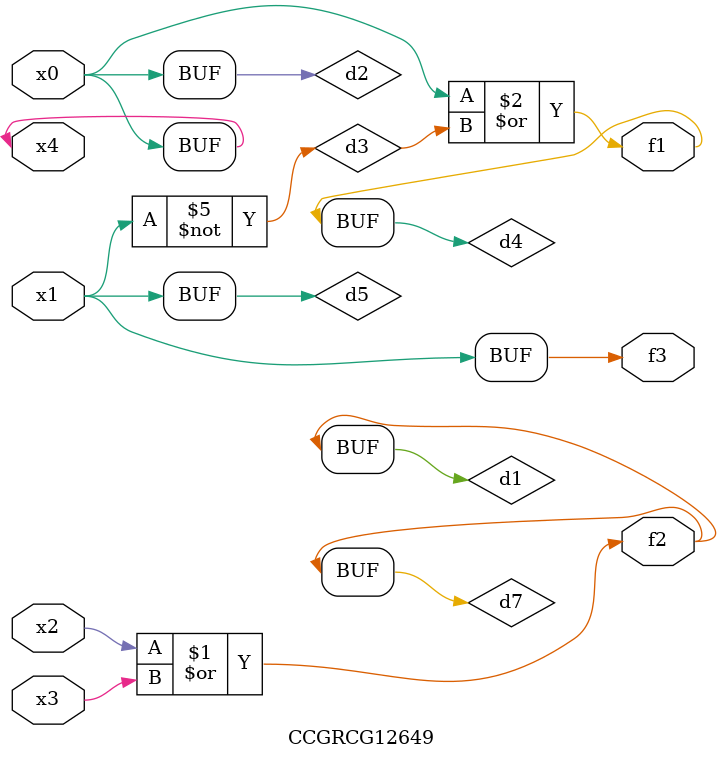
<source format=v>
module CCGRCG12649(
	input x0, x1, x2, x3, x4,
	output f1, f2, f3
);

	wire d1, d2, d3, d4, d5, d6, d7;

	or (d1, x2, x3);
	buf (d2, x0, x4);
	not (d3, x1);
	or (d4, d2, d3);
	not (d5, d3);
	nand (d6, d1, d3);
	or (d7, d1);
	assign f1 = d4;
	assign f2 = d7;
	assign f3 = d5;
endmodule

</source>
